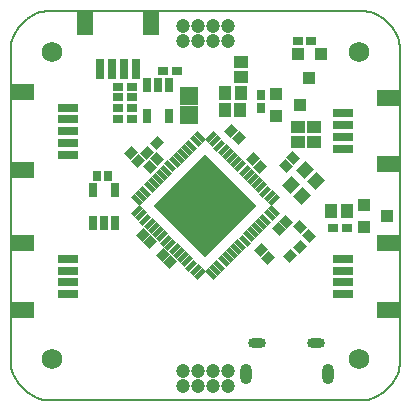
<source format=gbs>
G04*
G04 #@! TF.GenerationSoftware,Altium Limited,Altium Designer,22.10.1 (41)*
G04*
G04 Layer_Color=16711935*
%FSLAX25Y25*%
%MOIN*%
G70*
G04*
G04 #@! TF.SameCoordinates,BA180857-5533-48D4-BC33-98CDBDEDE110*
G04*
G04*
G04 #@! TF.FilePolarity,Negative*
G04*
G01*
G75*
%ADD17C,0.00500*%
%ADD21R,0.06902X0.03162*%
%ADD22R,0.07887X0.05524*%
%ADD25R,0.03162X0.03320*%
%ADD26R,0.03162X0.03753*%
%ADD28R,0.06312X0.05918*%
%ADD31R,0.03320X0.03162*%
%ADD38R,0.04343X0.04737*%
%ADD41O,0.05918X0.03359*%
%ADD42O,0.03851X0.06902*%
%ADD43C,0.04737*%
%ADD44C,0.06800*%
%ADD91R,0.04540X0.04147*%
%ADD92R,0.04147X0.04540*%
G04:AMPARAMS|DCode=93|XSize=18.24mil|YSize=41.86mil|CornerRadius=0mil|HoleSize=0mil|Usage=FLASHONLY|Rotation=315.000|XOffset=0mil|YOffset=0mil|HoleType=Round|Shape=Rectangle|*
%AMROTATEDRECTD93*
4,1,4,-0.02125,-0.00835,0.00835,0.02125,0.02125,0.00835,-0.00835,-0.02125,-0.02125,-0.00835,0.0*
%
%ADD93ROTATEDRECTD93*%

%ADD94R,0.03162X0.06902*%
%ADD95R,0.05524X0.07887*%
G04:AMPARAMS|DCode=96|XSize=39.5mil|YSize=43.43mil|CornerRadius=0mil|HoleSize=0mil|Usage=FLASHONLY|Rotation=135.000|XOffset=0mil|YOffset=0mil|HoleType=Round|Shape=Rectangle|*
%AMROTATEDRECTD96*
4,1,4,0.02932,0.00139,-0.00139,-0.02932,-0.02932,-0.00139,0.00139,0.02932,0.02932,0.00139,0.0*
%
%ADD96ROTATEDRECTD96*%

%ADD97R,0.03162X0.04737*%
%ADD98R,0.04343X0.03950*%
G04:AMPARAMS|DCode=99|XSize=33.2mil|YSize=31.62mil|CornerRadius=0mil|HoleSize=0mil|Usage=FLASHONLY|Rotation=135.000|XOffset=0mil|YOffset=0mil|HoleType=Round|Shape=Rectangle|*
%AMROTATEDRECTD99*
4,1,4,0.02292,-0.00056,0.00056,-0.02292,-0.02292,0.00056,-0.00056,0.02292,0.02292,-0.00056,0.0*
%
%ADD99ROTATEDRECTD99*%

%ADD100P,0.34538X4X360.0*%
G04:AMPARAMS|DCode=101|XSize=41.86mil|YSize=18.24mil|CornerRadius=0mil|HoleSize=0mil|Usage=FLASHONLY|Rotation=315.000|XOffset=0mil|YOffset=0mil|HoleType=Round|Shape=Rectangle|*
%AMROTATEDRECTD101*
4,1,4,-0.02125,0.00835,-0.00835,0.02125,0.02125,-0.00835,0.00835,-0.02125,-0.02125,0.00835,0.0*
%
%ADD101ROTATEDRECTD101*%

%ADD102R,0.03753X0.03162*%
G04:AMPARAMS|DCode=103|XSize=33.2mil|YSize=31.62mil|CornerRadius=0mil|HoleSize=0mil|Usage=FLASHONLY|Rotation=45.000|XOffset=0mil|YOffset=0mil|HoleType=Round|Shape=Rectangle|*
%AMROTATEDRECTD103*
4,1,4,-0.00056,-0.02292,-0.02292,-0.00056,0.00056,0.02292,0.02292,0.00056,-0.00056,-0.02292,0.0*
%
%ADD103ROTATEDRECTD103*%

%ADD104R,0.03950X0.04343*%
%ADD105R,0.02965X0.04737*%
G04:AMPARAMS|DCode=106|XSize=31.62mil|YSize=37.53mil|CornerRadius=0mil|HoleSize=0mil|Usage=FLASHONLY|Rotation=45.000|XOffset=0mil|YOffset=0mil|HoleType=Round|Shape=Rectangle|*
%AMROTATEDRECTD106*
4,1,4,0.00209,-0.02445,-0.02445,0.00209,-0.00209,0.02445,0.02445,-0.00209,0.00209,-0.02445,0.0*
%
%ADD106ROTATEDRECTD106*%

G04:AMPARAMS|DCode=107|XSize=31.62mil|YSize=37.53mil|CornerRadius=0mil|HoleSize=0mil|Usage=FLASHONLY|Rotation=315.000|XOffset=0mil|YOffset=0mil|HoleType=Round|Shape=Rectangle|*
%AMROTATEDRECTD107*
4,1,4,-0.02445,-0.00209,0.00209,0.02445,0.02445,0.00209,-0.00209,-0.02445,-0.02445,-0.00209,0.0*
%
%ADD107ROTATEDRECTD107*%

D17*
X-51181Y64961D02*
X-52164Y64925D01*
X-53142Y64820D01*
X-54110Y64646D01*
X-55063Y64403D01*
X-55997Y64092D01*
X-56905Y63715D01*
X-57785Y63275D01*
X-58631Y62773D01*
X-59439Y62212D01*
X-60205Y61595D01*
X-60925Y60925D01*
X-61595Y60205D01*
X-62212Y59439D01*
X-62773Y58631D01*
X-63275Y57785D01*
X-63715Y56905D01*
X-64092Y55997D01*
X-64403Y55063D01*
X-64646Y54110D01*
X-64820Y53142D01*
X-64925Y52164D01*
X-64961Y51181D01*
X64961D02*
X64925Y52164D01*
X64820Y53142D01*
X64646Y54110D01*
X64403Y55063D01*
X64092Y55997D01*
X63715Y56905D01*
X63275Y57785D01*
X62773Y58631D01*
X62212Y59439D01*
X61595Y60205D01*
X60925Y60925D01*
X60205Y61595D01*
X59439Y62212D01*
X58631Y62773D01*
X57785Y63275D01*
X56905Y63715D01*
X55997Y64092D01*
X55063Y64403D01*
X54110Y64646D01*
X53142Y64820D01*
X52164Y64925D01*
X51181Y64961D01*
Y-64961D02*
X52164Y-64925D01*
X53142Y-64820D01*
X54110Y-64646D01*
X55063Y-64403D01*
X55997Y-64092D01*
X56905Y-63715D01*
X57785Y-63275D01*
X58631Y-62773D01*
X59439Y-62212D01*
X60205Y-61595D01*
X60925Y-60925D01*
X61595Y-60205D01*
X62212Y-59439D01*
X62773Y-58631D01*
X63275Y-57785D01*
X63715Y-56905D01*
X64092Y-55997D01*
X64403Y-55063D01*
X64646Y-54110D01*
X64820Y-53142D01*
X64925Y-52164D01*
X64961Y-51181D01*
X-64961D02*
X-64925Y-52164D01*
X-64820Y-53142D01*
X-64646Y-54110D01*
X-64403Y-55063D01*
X-64092Y-55997D01*
X-63715Y-56905D01*
X-63275Y-57785D01*
X-62773Y-58631D01*
X-62212Y-59439D01*
X-61595Y-60205D01*
X-60925Y-60925D01*
X-60205Y-61595D01*
X-59439Y-62212D01*
X-58631Y-62773D01*
X-57785Y-63275D01*
X-56905Y-63715D01*
X-55997Y-64092D01*
X-55063Y-64403D01*
X-54110Y-64646D01*
X-53142Y-64820D01*
X-52164Y-64925D01*
X-51181Y-64961D01*
Y-64961D02*
X51181D01*
X-64961Y-51181D02*
Y51181D01*
X64961Y-51181D02*
Y51181D01*
X-51181Y64961D02*
X51181D01*
D21*
X45937Y-17717D02*
D03*
Y-29528D02*
D03*
Y-25591D02*
D03*
Y-21654D02*
D03*
X-45937Y16929D02*
D03*
Y24803D02*
D03*
Y28740D02*
D03*
Y32677D02*
D03*
Y20866D02*
D03*
X45937Y26772D02*
D03*
Y22835D02*
D03*
Y18898D02*
D03*
Y30709D02*
D03*
X-45937Y-29528D02*
D03*
Y-17717D02*
D03*
Y-21654D02*
D03*
Y-25591D02*
D03*
D22*
X61193Y-34646D02*
D03*
Y-12598D02*
D03*
X-61193Y11811D02*
D03*
Y37795D02*
D03*
X61193Y35827D02*
D03*
Y13780D02*
D03*
X-61193Y-12598D02*
D03*
Y-34646D02*
D03*
D25*
X-32520Y9843D02*
D03*
X-35984D02*
D03*
D26*
X18504Y32382D02*
D03*
Y36909D02*
D03*
D28*
X-5512Y36614D02*
D03*
Y30315D02*
D03*
D31*
X-29134Y32441D02*
D03*
Y28976D02*
D03*
X-24409Y32441D02*
D03*
Y28976D02*
D03*
Y36063D02*
D03*
Y39528D02*
D03*
X-29134Y36063D02*
D03*
Y39528D02*
D03*
D38*
X6398Y37402D02*
D03*
X11713D02*
D03*
D41*
X17323Y-45669D02*
D03*
X37008D02*
D03*
D42*
X13386Y-56299D02*
D03*
X40945D02*
D03*
D43*
X7500Y54980D02*
D03*
Y59980D02*
D03*
X2500Y54980D02*
D03*
X-2500D02*
D03*
X-7500D02*
D03*
X2500Y59980D02*
D03*
X-2500D02*
D03*
X-7500D02*
D03*
X7500Y-59980D02*
D03*
X2500D02*
D03*
X-2500D02*
D03*
X7500Y-54980D02*
D03*
X2500D02*
D03*
X-2500D02*
D03*
X-7500Y-59980D02*
D03*
Y-54980D02*
D03*
D44*
X51181Y-51181D02*
D03*
X-51181D02*
D03*
X51181Y51181D02*
D03*
X-51181D02*
D03*
D91*
X30709Y26181D02*
D03*
Y21063D02*
D03*
X36220Y26181D02*
D03*
Y21063D02*
D03*
X11811Y47835D02*
D03*
Y42717D02*
D03*
D92*
X47047Y-1969D02*
D03*
X41929D02*
D03*
X11614Y31890D02*
D03*
X6496D02*
D03*
D93*
X20002Y4691D02*
D03*
X18610Y6083D02*
D03*
X-22786Y-1907D02*
D03*
X-21394Y-3299D02*
D03*
X-20002Y-4691D02*
D03*
X-18610Y-6083D02*
D03*
X-17218Y-7475D02*
D03*
X-15826Y-8867D02*
D03*
X-14435Y-10259D02*
D03*
X-13043Y-11651D02*
D03*
X-11651Y-13043D02*
D03*
X-10259Y-14435D02*
D03*
X-8867Y-15826D02*
D03*
X-7475Y-17218D02*
D03*
X-6083Y-18610D02*
D03*
X-4691Y-20002D02*
D03*
X-3299Y-21394D02*
D03*
X-1907Y-22786D02*
D03*
X22786Y1907D02*
D03*
X21394Y3299D02*
D03*
X17218Y7475D02*
D03*
X15826Y8867D02*
D03*
X14435Y10259D02*
D03*
X13043Y11651D02*
D03*
X11651Y13043D02*
D03*
X10259Y14435D02*
D03*
X8867Y15826D02*
D03*
X7475Y17218D02*
D03*
X6083Y18610D02*
D03*
X4691Y20002D02*
D03*
X3299Y21394D02*
D03*
X1907Y22786D02*
D03*
D94*
X-31102Y45543D02*
D03*
X-27165D02*
D03*
X-23228D02*
D03*
X-35039D02*
D03*
D95*
X-40157Y60799D02*
D03*
X-18110D02*
D03*
D96*
X36937Y8037D02*
D03*
X33234Y11740D02*
D03*
X32120Y3221D02*
D03*
X28418Y6923D02*
D03*
D97*
X-37598Y-5906D02*
D03*
X-33858D02*
D03*
X-30118D02*
D03*
X-37598Y5118D02*
D03*
X-30118D02*
D03*
D98*
X23622Y29724D02*
D03*
Y37205D02*
D03*
X31496Y33465D02*
D03*
X52756Y-7283D02*
D03*
Y197D02*
D03*
X60630Y-3543D02*
D03*
D99*
X26728Y13342D02*
D03*
X29178Y15792D02*
D03*
X26816Y-5468D02*
D03*
X24366Y-7918D02*
D03*
X-18548Y12948D02*
D03*
X-16098Y15398D02*
D03*
D100*
X0Y0D02*
D03*
D101*
X1907Y-22786D02*
D03*
X3299Y-21394D02*
D03*
X4691Y-20002D02*
D03*
X6083Y-18610D02*
D03*
X7475Y-17218D02*
D03*
X8867Y-15826D02*
D03*
X10259Y-14435D02*
D03*
X11651Y-13043D02*
D03*
X13043Y-11651D02*
D03*
X14435Y-10259D02*
D03*
X15826Y-8867D02*
D03*
X17218Y-7475D02*
D03*
X18610Y-6083D02*
D03*
X20002Y-4691D02*
D03*
X21394Y-3299D02*
D03*
X22786Y-1907D02*
D03*
X-1907Y22786D02*
D03*
X-3299Y21394D02*
D03*
X-4691Y20002D02*
D03*
X-6083Y18610D02*
D03*
X-7475Y17218D02*
D03*
X-8867Y15826D02*
D03*
X-10259Y14435D02*
D03*
X-11651Y13043D02*
D03*
X-13043Y11651D02*
D03*
X-14435Y10259D02*
D03*
X-15826Y8867D02*
D03*
X-17218Y7475D02*
D03*
X-18610Y6083D02*
D03*
X-20002Y4691D02*
D03*
X-21394Y3299D02*
D03*
X-22786Y1907D02*
D03*
D102*
X35335Y54724D02*
D03*
X30807D02*
D03*
X47146Y-7480D02*
D03*
X42618D02*
D03*
X-14075Y44882D02*
D03*
X-9547D02*
D03*
D103*
X20910Y-17367D02*
D03*
X18460Y-14917D02*
D03*
X18154Y12948D02*
D03*
X15704Y15398D02*
D03*
X-24847Y17367D02*
D03*
X-22397Y14917D02*
D03*
X-18460Y-12248D02*
D03*
X-20910Y-9799D02*
D03*
X-14217Y-16492D02*
D03*
X-11767Y-18941D02*
D03*
X11067Y22397D02*
D03*
X8618Y24847D02*
D03*
D104*
X34646Y42520D02*
D03*
X38386Y50394D02*
D03*
X30906D02*
D03*
D105*
X-19488Y40354D02*
D03*
X-15748D02*
D03*
X-12008D02*
D03*
Y29724D02*
D03*
X-19488D02*
D03*
D106*
X31470Y-7061D02*
D03*
X34672Y-10262D02*
D03*
D107*
X31522Y-13754D02*
D03*
X28321Y-16955D02*
D03*
X-19317Y17691D02*
D03*
X-16116Y20892D02*
D03*
M02*

</source>
